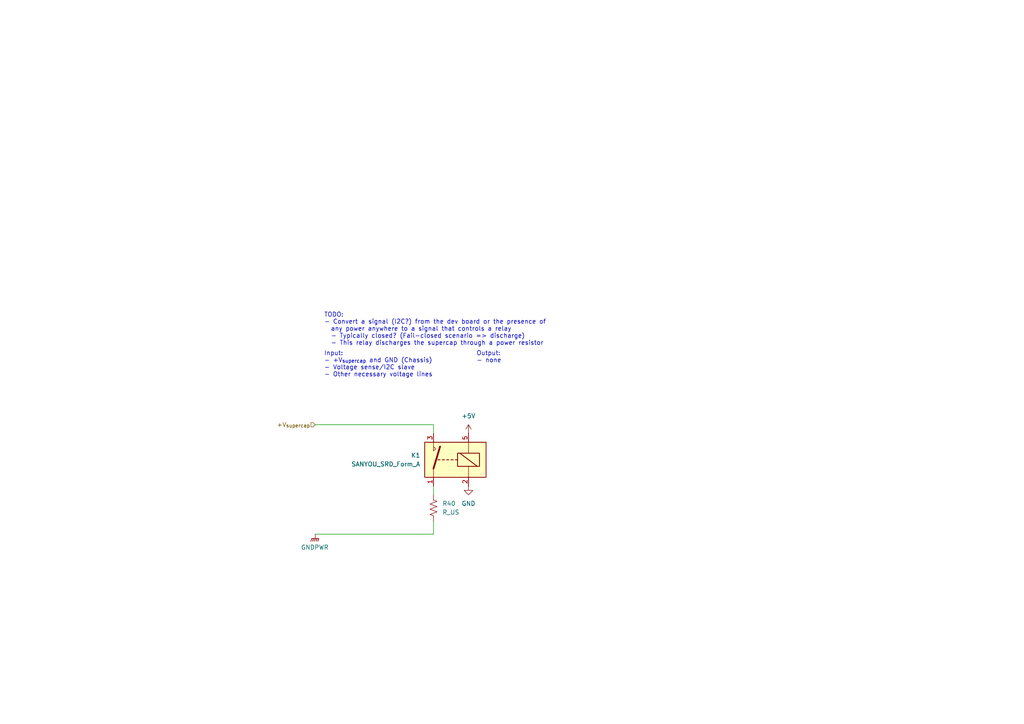
<source format=kicad_sch>
(kicad_sch (version 20231120) (generator "eeschema") (generator_version "8.0")
  (paper "A4")
  (title_block (title "Supercap Safety Discharge") (date "2025-02-12") (rev "1") (company "UT Robomaster") (comment 1 "Robomaster"))
  (lib_symbols
    (symbol "Device:R_US" (pin_numbers hide) (pin_names (offset 0))
      (property "Reference" "R" (at 2.54 0 90))
      (property "Value" "R_US" (at -2.54 0 90))
      (symbol "R_US_0_1"
        (polyline (pts (xy 0 -2.286) (xy 0 -2.54)))
        (polyline (pts (xy 0 2.286) (xy 0 2.54)))
        (polyline (pts (xy 0 -0.762) (xy 1.016 -1.143) (xy 0 -1.524) (xy -1.016 -1.905) (xy 0 -2.286)))
        (polyline (pts (xy 0 0.762) (xy 1.016 0.381) (xy 0 0) (xy -1.016 -0.381) (xy 0 -0.762)))
        (polyline (pts (xy 0 2.286) (xy 1.016 1.905) (xy 0 1.524) (xy -1.016 1.143) (xy 0 0.762)))
      )
      (symbol "R_US_1_1"
        (pin passive line (at 0 3.81 270) (length 1.27) (name "~") (number "1"))
        (pin passive line (at 0 -3.81 90) (length 1.27) (name "~") (number "2"))
      )
    )
    (symbol "Relay:SANYOU_SRD_Form_A"
      (property "Reference" "K" (at 8.89 3.81 0))
      (property "Value" "SANYOU_SRD_Form_A" (at 8.89 1.27 0))
      (symbol "SANYOU_SRD_Form_A_0_0"
        (polyline (pts (xy 5.08 5.08) (xy 5.08 2.54) (xy 4.445 3.175) (xy 5.08 3.81)))
      )
      (symbol "SANYOU_SRD_Form_A_0_1"
        (rectangle (start -10.16 5.08) (end 7.62 -5.08) (stroke (width 0.254)) (fill (type background)))
        (rectangle (start -8.255 1.905) (end -1.905 -1.905) (stroke (width 0.254)))
        (polyline (pts (xy -7.62 -1.905) (xy -2.54 1.905)) (stroke (width 0.254)))
        (polyline (pts (xy -5.08 -5.08) (xy -5.08 -1.905)))
        (polyline (pts (xy -5.08 5.08) (xy -5.08 1.905)))
        (polyline (pts (xy -1.905 0) (xy -1.27 0)) (stroke (width 0.254)))
        (polyline (pts (xy -0.635 0) (xy 0 0)) (stroke (width 0.254)))
        (polyline (pts (xy 0.635 0) (xy 1.27 0)) (stroke (width 0.254)))
        (polyline (pts (xy 1.905 0) (xy 2.54 0)) (stroke (width 0.254)))
        (polyline (pts (xy 3.175 0) (xy 3.81 0)) (stroke (width 0.254)))
        (polyline (pts (xy 5.08 -2.54) (xy 3.175 3.81)) (stroke (width 0.508)))
        (polyline (pts (xy 5.08 -2.54) (xy 5.08 -5.08)))
      )
      (symbol "SANYOU_SRD_Form_A_1_1"
        (pin passive line (at 5.08 -7.62 90) (length 2.54) (name "~") (number "1"))
        (pin passive line (at -5.08 -7.62 90) (length 2.54) (name "~") (number "2"))
        (pin passive line (at 5.08 7.62 270) (length 2.54) (name "~") (number "3"))
        (pin passive line (at -5.08 7.62 270) (length 2.54) (name "~") (number "5"))
      )
    )
    (symbol "power:+5V" (power) (pin_numbers hide) (pin_names (offset 0) hide)
      (property "Value" "+5V" (at 0 3.556 0))
      (symbol "+5V_0_1"
        (polyline (pts (xy -0.762 1.27) (xy 0 2.54)))
        (polyline (pts (xy 0 0) (xy 0 2.54)))
        (polyline (pts (xy 0 2.54) (xy 0.762 1.27)))
      )
      (symbol "+5V_1_1"
        (pin power_in line (at 0 0 90) (length 0) (name "~") (number "1"))
      )
    )
    (symbol "power:GND" (power) (pin_numbers hide) (pin_names (offset 0) hide)
      (property "Value" "GND" (at 0 -3.81 0))
      (symbol "GND_0_1"
        (polyline (pts (xy 0 0) (xy 0 -1.27) (xy 1.27 -1.27) (xy 0 -2.54) (xy -1.27 -1.27) (xy 0 -1.27)))
      )
      (symbol "GND_1_1"
        (pin power_in line (at 0 0 270) (length 0) (name "~") (number "1"))
      )
    )
    (symbol "power:GNDPWR" (power) (pin_numbers hide) (pin_names (offset 0) hide)
      (property "Value" "GNDPWR" (at 0 -3.302 0))
      (symbol "GNDPWR_0_1"
        (polyline (pts (xy 0 -1.27) (xy 0 0)))
        (polyline (pts (xy -1.016 -1.27) (xy -1.27 -2.032) (xy -1.27 -2.032)) (stroke (width 0.2032)))
        (polyline (pts (xy -0.508 -1.27) (xy -0.762 -2.032) (xy -0.762 -2.032)) (stroke (width 0.2032)))
        (polyline (pts (xy 0 -1.27) (xy -0.254 -2.032) (xy -0.254 -2.032)) (stroke (width 0.2032)))
        (polyline (pts (xy 0.508 -1.27) (xy 0.254 -2.032) (xy 0.254 -2.032)) (stroke (width 0.2032)))
        (polyline (pts (xy 1.016 -1.27) (xy -1.016 -1.27) (xy -1.016 -1.27)) (stroke (width 0.2032)))
        (polyline (pts (xy 1.016 -1.27) (xy 0.762 -2.032) (xy 0.762 -2.032) (xy 0.762 -2.032)) (stroke (width 0.2032)))
      )
      (symbol "GNDPWR_1_1"
        (pin power_in line (at 0 0 270) (length 0) (name "~") (number "1"))
      )
    )
  )
  (wire (pts (xy 125.73 123.19) (xy 125.73 125.73)))
  (wire (pts (xy 125.73 151.13) (xy 125.73 154.94)))
  (wire (pts (xy 91.44 123.19) (xy 125.73 123.19)))
  (wire (pts (xy 91.44 154.94) (xy 125.73 154.94)))
  (wire (pts (xy 125.73 140.97) (xy 125.73 143.51)))
  (text "Output:\n- none" (at 138.176 101.854 0) (effects (font (size 1.27 1.27)) (justify left top)))
  (text "Input:\n- +V_{supercap} and GND (Chassis)\n- Voltage sense/I2C slave\n- Other necessary voltage lines" (at 93.98 101.854 0) (effects (font (size 1.27 1.27)) (justify left top)))
  (text "TODO:\n- Convert a signal (I2C?) from the dev board or the presence of\n  any power anywhere to a signal that controls a relay\n  - Typically closed? (Fail-closed scenario => discharge)\n  - This relay discharges the supercap through a power resistor" (at 93.98 90.678 0) (effects (font (size 1.27 1.27)) (justify left top)))
  (hierarchical_label "+V_{supercap}" (shape input) (at 91.44 123.19 180))
  (symbol (lib_id "power:+5V") (at 135.89 125.73 0) (unit 1)
    (property "Reference" "#PWR0101" (effects (hide yes)))
    (property "Value" "+5V" (at 135.89 120.65 0))
    (property "Description" "Power symbol creates a global label with name \"+5V\"" (effects (hide yes)))
  )
  (symbol (lib_id "power:GNDPWR") (at 91.44 154.94 0) (unit 1)
    (property "Reference" "#PWR099" (effects (hide yes)))
    (property "Value" "GNDPWR" (at 91.313 158.75 0))
    (property "Description" "Power symbol creates a global label with name \"GNDPWR\" , global ground" (effects (hide yes)))
  )
  (symbol (lib_id "Device:R_US") (at 125.73 147.32 0) (unit 1)
    (property "Reference" "R40" (at 128.27 146.0499 0) (effects (justify left)))
    (property "Value" "R_US" (at 128.27 148.5899 0) (effects (justify left)))
    (property "Description" "Resistor, US symbol" (effects (hide yes)))
  )
  (symbol (lib_id "power:GND") (at 135.89 140.97 0) (unit 1)
    (property "Reference" "#PWR0102" (effects (hide yes)))
    (property "Value" "GND" (at 135.89 146.05 0))
    (property "Description" "Power symbol creates a global label with name \"GND\" , ground" (effects (hide yes)))
  )
  (symbol (lib_id "Relay:SANYOU_SRD_Form_A") (at 130.81 133.35 0) (mirror y) (unit 1)
    (property "Reference" "K1" (at 121.92 132.0799 0) (effects (justify left)))
    (property "Value" "SANYOU_SRD_Form_A" (at 121.92 134.6199 0) (effects (justify left)))
    (property "Footprint" "Relay_THT:Relay_SPST_SANYOU_SRD_Series_Form_A" (effects (hide yes)))
    (property "Datasheet" "http://www.sanyourelay.ca/public/products/pdf/SRD.pdf" (effects (hide yes)))
    (property "Description" "Sanyo SRD relay, Single Pole Miniature Power Relay, Closing Contact" (effects (hide yes)))
  )
)
</source>
